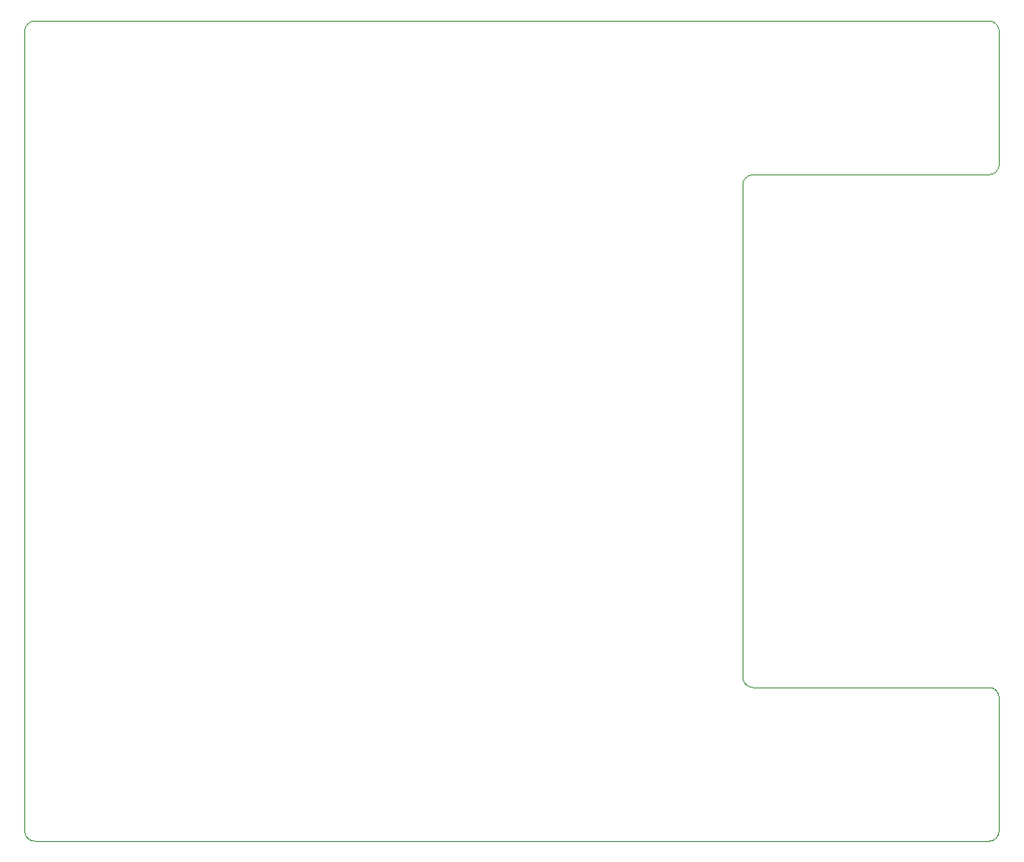
<source format=gm1>
G04 #@! TF.GenerationSoftware,KiCad,Pcbnew,(5.1.6)-1*
G04 #@! TF.CreationDate,2022-06-26T18:03:46+10:00*
G04 #@! TF.ProjectId,controller,636f6e74-726f-46c6-9c65-722e6b696361,rev?*
G04 #@! TF.SameCoordinates,Original*
G04 #@! TF.FileFunction,Profile,NP*
%FSLAX46Y46*%
G04 Gerber Fmt 4.6, Leading zero omitted, Abs format (unit mm)*
G04 Created by KiCad (PCBNEW (5.1.6)-1) date 2022-06-26 18:03:46*
%MOMM*%
%LPD*%
G01*
G04 APERTURE LIST*
G04 #@! TA.AperFunction,Profile*
%ADD10C,0.050000*%
G04 #@! TD*
G04 APERTURE END LIST*
D10*
X166250000Y-109300000D02*
G75*
G02*
X165250000Y-108300000I0J1000000D01*
G01*
X96250000Y-124300000D02*
G75*
G02*
X95250000Y-123300000I0J1000000D01*
G01*
X190250000Y-123300000D02*
G75*
G02*
X189250000Y-124300000I-1000000J0D01*
G01*
X189250000Y-109300000D02*
G75*
G02*
X190250000Y-110300000I0J-1000000D01*
G01*
X165250000Y-60300000D02*
G75*
G02*
X166250000Y-59300000I1000000J0D01*
G01*
X190250000Y-58300000D02*
G75*
G02*
X189250000Y-59300000I-1000000J0D01*
G01*
X189250000Y-44300000D02*
G75*
G02*
X190250000Y-45300000I0J-1000000D01*
G01*
X95250000Y-45300000D02*
G75*
G02*
X96250000Y-44300000I1000000J0D01*
G01*
X165250000Y-60300000D02*
X165250000Y-108300000D01*
X189250000Y-109300000D02*
X166250000Y-109300000D01*
X190250000Y-110300000D02*
X190250000Y-123300000D01*
X189250000Y-59300000D02*
X166250000Y-59300000D01*
X190250000Y-45300000D02*
X190250000Y-58300000D01*
X96250000Y-44300000D02*
X189250000Y-44300000D01*
X95250000Y-123300000D02*
X95250000Y-45300000D01*
X96250000Y-124300000D02*
X189250000Y-124300000D01*
M02*

</source>
